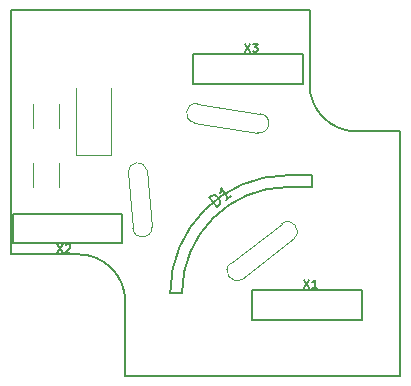
<source format=gbr>
G04 #@! TF.FileFunction,Legend,Top*
%FSLAX46Y46*%
G04 Gerber Fmt 4.6, Leading zero omitted, Abs format (unit mm)*
G04 Created by KiCad (PCBNEW 4.0.7) date 10/05/18 10:38:53*
%MOMM*%
%LPD*%
G01*
G04 APERTURE LIST*
%ADD10C,0.100000*%
%ADD11C,0.150000*%
%ADD12C,0.120000*%
G04 APERTURE END LIST*
D10*
X129600000Y-117800000D02*
X134000000Y-114350000D01*
X134004135Y-114354512D02*
G75*
G03X132950000Y-113100000I-554135J604512D01*
G01*
X128642620Y-116440405D02*
X132950000Y-113100000D01*
X128642620Y-116440405D02*
G75*
G03X129600000Y-117800000I507380J-659595D01*
G01*
X130908677Y-105407543D02*
G75*
G03X131152655Y-103800000I141323J800837D01*
G01*
X121950000Y-113400000D02*
X121525000Y-108550000D01*
X119950000Y-108750000D02*
X120350000Y-113500000D01*
X121524622Y-108550098D02*
G75*
G03X119950000Y-108750000I-774622J-199902D01*
G01*
X120350992Y-113513920D02*
G75*
G03X121950000Y-113400000I799008J63920D01*
G01*
X125550000Y-104550000D02*
X130900000Y-105400000D01*
X125800000Y-102950000D02*
X131150000Y-103800000D01*
X125815108Y-102944239D02*
G75*
G03X125550000Y-104550000I-115108J-805761D01*
G01*
D11*
X135500000Y-110000000D02*
X133500000Y-110000000D01*
X135500000Y-109000000D02*
X135500000Y-110000000D01*
X133500000Y-109000000D02*
X135500000Y-109000000D01*
X123500000Y-119000000D02*
X124500000Y-119000000D01*
X133500000Y-109000000D02*
G75*
G03X123500000Y-119000000I0J-10000000D01*
G01*
X133500000Y-110000000D02*
G75*
G03X124500000Y-119000000I0J-9000000D01*
G01*
X139300000Y-105300000D02*
X143000000Y-105300000D01*
X135300000Y-101300000D02*
X135300000Y-95000000D01*
X115700000Y-115700000D02*
X110000000Y-115700000D01*
X119700000Y-119700000D02*
X119700000Y-126000000D01*
X119700000Y-119700000D02*
G75*
G03X115700000Y-115700000I-4000000J0D01*
G01*
X135300000Y-101300000D02*
G75*
G03X139300000Y-105300000I4000000J0D01*
G01*
X143000000Y-126000000D02*
X119700000Y-126000000D01*
X143000000Y-105300000D02*
X143000000Y-126000000D01*
X110000000Y-95000000D02*
X135300000Y-95000000D01*
X110000000Y-115700000D02*
X110000000Y-95000000D01*
D12*
X114070000Y-108000000D02*
X114070000Y-110000000D01*
X111930000Y-110000000D02*
X111930000Y-108000000D01*
X115500000Y-101600000D02*
X115500000Y-107300000D01*
X115500000Y-107300000D02*
X118500000Y-107300000D01*
X118500000Y-107300000D02*
X118500000Y-101600000D01*
X111930000Y-105000000D02*
X111930000Y-103000000D01*
X114070000Y-103000000D02*
X114070000Y-105000000D01*
D11*
X130460000Y-121250000D02*
X130460000Y-118750000D01*
X139710000Y-121250000D02*
X130460000Y-121250000D01*
X139710000Y-118750000D02*
X139710000Y-121250000D01*
X130460000Y-118750000D02*
X139710000Y-118750000D01*
X119460000Y-112250000D02*
X119460000Y-114750000D01*
X110210000Y-112250000D02*
X119460000Y-112250000D01*
X110210000Y-114750000D02*
X110210000Y-112250000D01*
X119460000Y-114750000D02*
X110210000Y-114750000D01*
X125460000Y-101250000D02*
X125460000Y-98750000D01*
X134710000Y-101250000D02*
X125460000Y-101250000D01*
X134710000Y-98750000D02*
X134710000Y-101250000D01*
X125460000Y-98750000D02*
X134710000Y-98750000D01*
X134823333Y-117866667D02*
X135290000Y-118566667D01*
X135290000Y-117866667D02*
X134823333Y-118566667D01*
X135923333Y-118566667D02*
X135523333Y-118566667D01*
X135723333Y-118566667D02*
X135723333Y-117866667D01*
X135656667Y-117966667D01*
X135590000Y-118033333D01*
X135523333Y-118066667D01*
X113963333Y-114866667D02*
X114430000Y-115566667D01*
X114430000Y-114866667D02*
X113963333Y-115566667D01*
X114663333Y-114933333D02*
X114696667Y-114900000D01*
X114763333Y-114866667D01*
X114930000Y-114866667D01*
X114996667Y-114900000D01*
X115030000Y-114933333D01*
X115063333Y-115000000D01*
X115063333Y-115066667D01*
X115030000Y-115166667D01*
X114630000Y-115566667D01*
X115063333Y-115566667D01*
X129823333Y-97866667D02*
X130290000Y-98566667D01*
X130290000Y-97866667D02*
X129823333Y-98566667D01*
X130490000Y-97866667D02*
X130923333Y-97866667D01*
X130690000Y-98133333D01*
X130790000Y-98133333D01*
X130856667Y-98166667D01*
X130890000Y-98200000D01*
X130923333Y-98266667D01*
X130923333Y-98433333D01*
X130890000Y-98500000D01*
X130856667Y-98533333D01*
X130790000Y-98566667D01*
X130590000Y-98566667D01*
X130523333Y-98533333D01*
X130490000Y-98500000D01*
X127443592Y-111676803D02*
X126827930Y-110888792D01*
X127015552Y-110742206D01*
X127157443Y-110691778D01*
X127291125Y-110708192D01*
X127387284Y-110753924D01*
X127542077Y-110874704D01*
X127630029Y-110987277D01*
X127709774Y-111166692D01*
X127730884Y-111271057D01*
X127714470Y-111404740D01*
X127631213Y-111530217D01*
X127443592Y-111676803D01*
X128644370Y-110738652D02*
X128194078Y-111090458D01*
X128419224Y-110914555D02*
X127803562Y-110126545D01*
X127816465Y-110297752D01*
X127800051Y-110431435D01*
X127754320Y-110527593D01*
M02*

</source>
